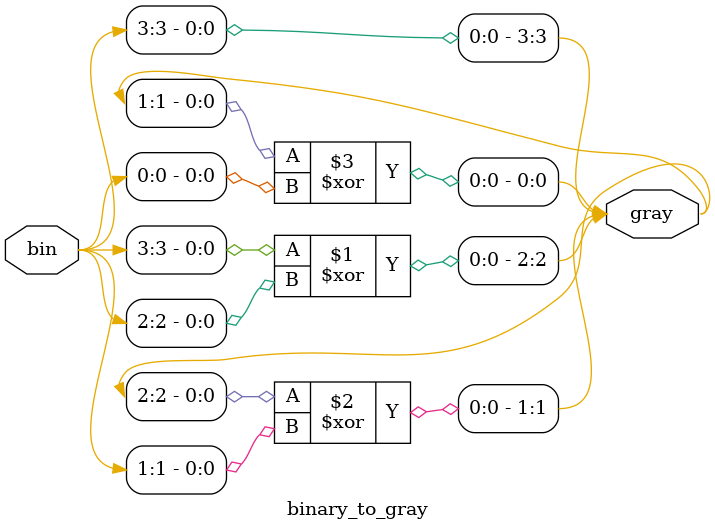
<source format=v>
module binary_to_gray(gray, bin);
	output[3:0] gray;
	input[3:0] bin;
	
	assign gray[3] = bin[3];
	xor xor1(gray[2], gray[3], bin[2]);
	xor xor2(gray[1], gray[2], bin[1]);
	xor xor3(gray[0], gray[1], bin[0]);
endmodule
</source>
